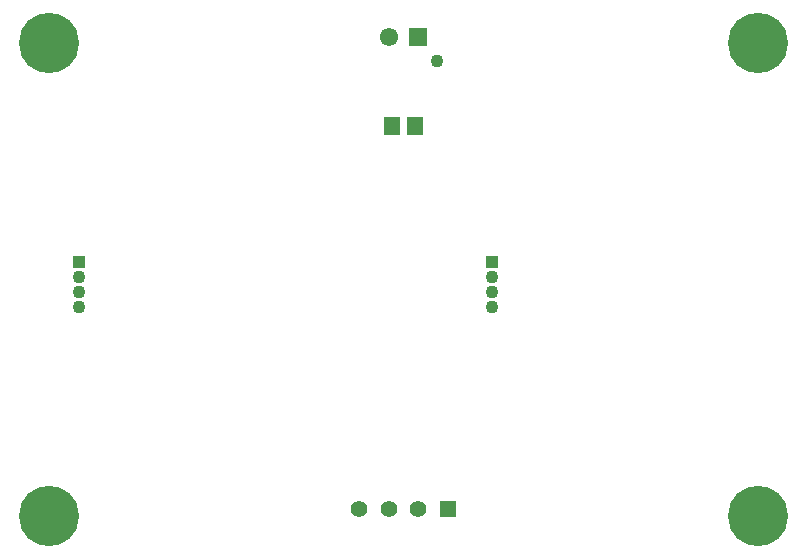
<source format=gts>
G04*
G04 #@! TF.GenerationSoftware,Altium Limited,Altium Designer,22.0.2 (36)*
G04*
G04 Layer_Color=8388736*
%FSLAX25Y25*%
%MOIN*%
G70*
G04*
G04 #@! TF.SameCoordinates,06193FC8-5D6C-4A92-8117-1C24C744AA4C*
G04*
G04*
G04 #@! TF.FilePolarity,Negative*
G04*
G01*
G75*
%ADD13R,0.05518X0.06306*%
%ADD14C,0.05512*%
%ADD15R,0.05512X0.05512*%
%ADD16R,0.06102X0.06102*%
%ADD17C,0.06102*%
%ADD18C,0.04331*%
%ADD19C,0.20085*%
%ADD20R,0.04337X0.04337*%
%ADD21C,0.04337*%
D13*
X-3740Y51183D02*
D03*
X3740D02*
D03*
D14*
X-14764Y-76673D02*
D03*
X-4921D02*
D03*
X4921D02*
D03*
D15*
X14764D02*
D03*
D16*
X4921Y80807D02*
D03*
D17*
X-4921D02*
D03*
D18*
X11220Y72933D02*
D03*
D19*
X-118110Y78740D02*
D03*
X118110D02*
D03*
X-118110Y-78740D02*
D03*
X118110D02*
D03*
D20*
X-108268Y5906D02*
D03*
X29528D02*
D03*
D21*
X-108268Y905D02*
D03*
Y-4095D02*
D03*
Y-9094D02*
D03*
X29528Y905D02*
D03*
Y-4095D02*
D03*
Y-9094D02*
D03*
M02*

</source>
